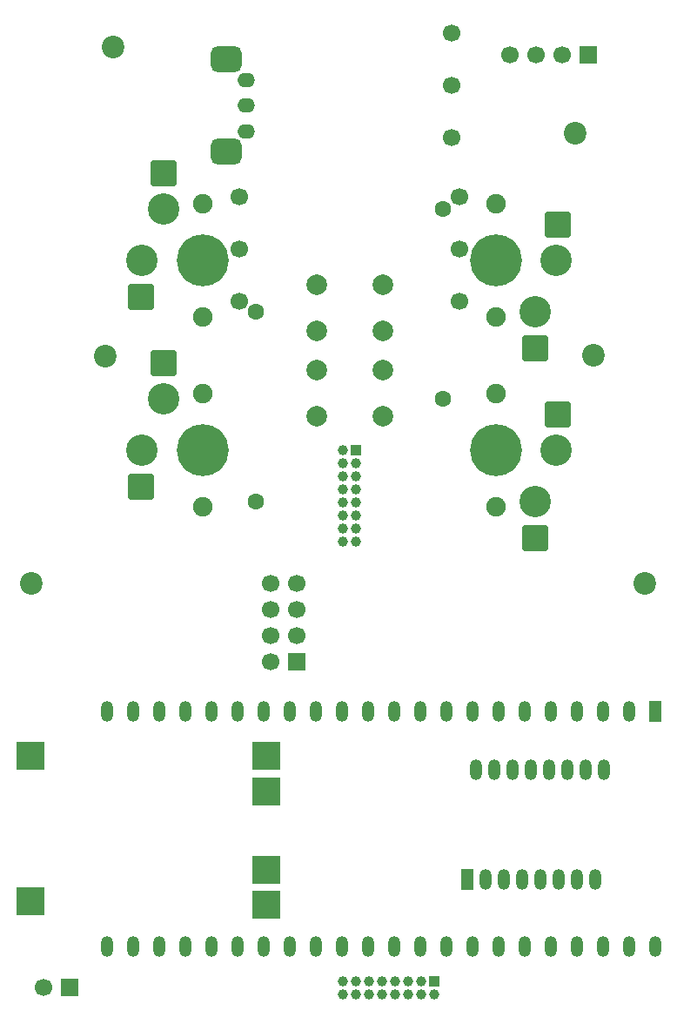
<source format=gbs>
%TF.GenerationSoftware,KiCad,Pcbnew,9.0.2*%
%TF.CreationDate,2025-05-15T14:08:42+02:00*%
%TF.ProjectId,MaSe,4d615365-2e6b-4696-9361-645f70636258,rev?*%
%TF.SameCoordinates,Original*%
%TF.FileFunction,Soldermask,Bot*%
%TF.FilePolarity,Negative*%
%FSLAX46Y46*%
G04 Gerber Fmt 4.6, Leading zero omitted, Abs format (unit mm)*
G04 Created by KiCad (PCBNEW 9.0.2) date 2025-05-15 14:08:42*
%MOMM*%
%LPD*%
G01*
G04 APERTURE LIST*
G04 Aperture macros list*
%AMRoundRect*
0 Rectangle with rounded corners*
0 $1 Rounding radius*
0 $2 $3 $4 $5 $6 $7 $8 $9 X,Y pos of 4 corners*
0 Add a 4 corners polygon primitive as box body*
4,1,4,$2,$3,$4,$5,$6,$7,$8,$9,$2,$3,0*
0 Add four circle primitives for the rounded corners*
1,1,$1+$1,$2,$3*
1,1,$1+$1,$4,$5*
1,1,$1+$1,$6,$7*
1,1,$1+$1,$8,$9*
0 Add four rect primitives between the rounded corners*
20,1,$1+$1,$2,$3,$4,$5,0*
20,1,$1+$1,$4,$5,$6,$7,0*
20,1,$1+$1,$6,$7,$8,$9,0*
20,1,$1+$1,$8,$9,$2,$3,0*%
G04 Aperture macros list end*
%ADD10R,1.700000X1.700000*%
%ADD11C,1.700000*%
%ADD12O,1.200000X2.000000*%
%ADD13R,1.200000X2.000000*%
%ADD14C,2.200000*%
%ADD15C,1.900000*%
%ADD16C,1.600000*%
%ADD17C,3.050000*%
%ADD18C,5.050000*%
%ADD19RoundRect,0.250000X1.000000X-1.025000X1.000000X1.025000X-1.000000X1.025000X-1.000000X-1.025000X0*%
%ADD20RoundRect,0.250000X-1.000000X1.025000X-1.000000X-1.025000X1.000000X-1.025000X1.000000X1.025000X0*%
%ADD21C,2.000000*%
%ADD22RoundRect,0.625000X0.875000X-0.625000X0.875000X0.625000X-0.875000X0.625000X-0.875000X-0.625000X0*%
%ADD23O,1.700000X1.400000*%
%ADD24R,1.000000X1.000000*%
%ADD25C,1.000000*%
%ADD26R,2.800000X2.800000*%
G04 APERTURE END LIST*
D10*
X146565000Y-139875000D03*
D11*
X144025000Y-139875000D03*
D12*
X186105000Y-118650000D03*
X187885000Y-118650000D03*
X189665000Y-118650000D03*
X191445000Y-118650000D03*
X193225000Y-118650000D03*
X195005000Y-118650000D03*
X196785000Y-118650000D03*
X198565000Y-118650000D03*
X197675000Y-129350000D03*
X195895000Y-129350000D03*
X194115000Y-129350000D03*
X192335000Y-129350000D03*
X190555000Y-129350000D03*
X188775000Y-129350000D03*
X186995000Y-129350000D03*
D13*
X185215000Y-129350000D03*
D14*
X150750000Y-48425000D03*
D13*
X203480000Y-113050000D03*
D12*
X200940000Y-113050000D03*
X198400000Y-113050000D03*
X195860000Y-113050000D03*
X193320000Y-113050000D03*
X190780000Y-113050000D03*
X188240000Y-113050000D03*
X185700000Y-113050000D03*
X183160000Y-113050000D03*
X180620000Y-113050000D03*
X178080000Y-113050000D03*
X175540000Y-113050000D03*
X173000000Y-113050000D03*
X170460000Y-113050000D03*
X167920000Y-113050000D03*
X165380000Y-113050000D03*
X162840000Y-113050000D03*
X160300000Y-113050000D03*
X157760000Y-113050000D03*
X155222720Y-113046320D03*
X152682720Y-113046320D03*
X150142720Y-113046320D03*
X150140000Y-135910000D03*
X152680000Y-135910000D03*
X155220000Y-135910000D03*
X157760000Y-135910000D03*
X160300000Y-135910000D03*
X162840000Y-135910000D03*
X165380000Y-135910000D03*
X167920000Y-135910000D03*
X170460000Y-135910000D03*
X173000000Y-135910000D03*
X175540000Y-135910000D03*
X178080000Y-135910000D03*
X180620000Y-135910000D03*
X183160000Y-135910000D03*
X185700000Y-135910000D03*
X188240000Y-135910000D03*
X190780000Y-135910000D03*
X193320000Y-135910000D03*
X195860000Y-135910000D03*
X198400000Y-135910000D03*
X200940000Y-135910000D03*
X203480000Y-135910000D03*
D11*
X183750000Y-57205000D03*
X183750000Y-52125000D03*
X183750000Y-47045000D03*
D15*
X159500000Y-74675000D03*
D16*
X164650000Y-74175000D03*
D17*
X153600000Y-69175000D03*
D18*
X159500000Y-69175000D03*
D17*
X155700000Y-64175000D03*
D15*
X159500000Y-63675000D03*
D19*
X153500000Y-72675000D03*
X155700000Y-60675000D03*
D14*
X142825000Y-100575000D03*
D15*
X188000000Y-82125000D03*
D16*
X182850000Y-82625000D03*
D17*
X193900000Y-87625000D03*
D18*
X188000000Y-87625000D03*
D17*
X191800000Y-92625000D03*
D15*
X188000000Y-93125000D03*
D20*
X194000000Y-84125000D03*
X191800000Y-96125000D03*
D10*
X168614500Y-108175000D03*
D11*
X166074500Y-108175000D03*
X168614500Y-105635000D03*
X166074500Y-105635000D03*
X168614500Y-103095000D03*
X166074500Y-103095000D03*
X168614500Y-100555000D03*
X166074500Y-100555000D03*
D21*
X170550000Y-71525000D03*
X177050000Y-71525000D03*
X170550000Y-76025000D03*
X177050000Y-76025000D03*
D14*
X197510000Y-78375000D03*
D15*
X188000000Y-63675000D03*
D16*
X182850000Y-64175000D03*
D17*
X193900000Y-69175000D03*
D18*
X188000000Y-69175000D03*
D17*
X191800000Y-74175000D03*
D15*
X188000000Y-74675000D03*
D20*
X194000000Y-65675000D03*
X191800000Y-77675000D03*
D11*
X184450000Y-62995000D03*
X184450000Y-68075000D03*
X184450000Y-73155000D03*
D14*
X195760000Y-56775000D03*
D22*
X161750000Y-58595000D03*
X161750000Y-49595000D03*
D23*
X163750000Y-56595000D03*
X163750000Y-54095000D03*
X163750000Y-51595000D03*
D14*
X150010000Y-78425000D03*
D24*
X182045000Y-139265000D03*
D25*
X182045000Y-140535000D03*
X180775000Y-139265000D03*
X180775000Y-140535000D03*
X179505000Y-139265000D03*
X179505000Y-140535000D03*
X178235000Y-139265000D03*
X178235000Y-140535000D03*
X176965000Y-139265000D03*
X176965000Y-140535000D03*
X175695000Y-139265000D03*
X175695000Y-140535000D03*
X174425000Y-139265000D03*
X174425000Y-140535000D03*
X173155000Y-139265000D03*
X173155000Y-140535000D03*
D11*
X163050000Y-62995000D03*
X163050000Y-68075000D03*
X163050000Y-73155000D03*
D26*
X142737500Y-117287500D03*
X142737500Y-131487500D03*
X165637500Y-117287500D03*
X165637500Y-131787500D03*
X165637500Y-120787500D03*
X165637500Y-128387500D03*
D14*
X202525000Y-100575000D03*
D21*
X170550000Y-79825000D03*
X177050000Y-79825000D03*
X170550000Y-84325000D03*
X177050000Y-84325000D03*
D15*
X159500000Y-93125000D03*
D16*
X164650000Y-92625000D03*
D17*
X153600000Y-87625000D03*
D18*
X159500000Y-87625000D03*
D17*
X155700000Y-82625000D03*
D15*
X159500000Y-82125000D03*
D19*
X153500000Y-91125000D03*
X155700000Y-79125000D03*
D10*
X197040000Y-49175000D03*
D11*
X194500000Y-49175000D03*
X191960000Y-49175000D03*
X189420000Y-49175000D03*
D24*
X174370000Y-87645000D03*
D25*
X173100000Y-87645000D03*
X174370000Y-88915000D03*
X173100000Y-88915000D03*
X174370000Y-90185000D03*
X173100000Y-90185000D03*
X174370000Y-91455000D03*
X173100000Y-91455000D03*
X174370000Y-92725000D03*
X173100000Y-92725000D03*
X174370000Y-93995000D03*
X173100000Y-93995000D03*
X174370000Y-95265000D03*
X173100000Y-95265000D03*
X174370000Y-96535000D03*
X173100000Y-96535000D03*
M02*

</source>
